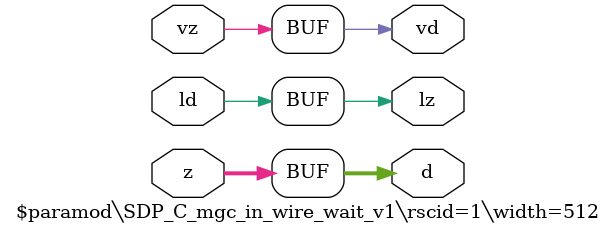
<source format=v>
module \$paramod\SDP_C_mgc_in_wire_wait_v1\rscid=1\width=512 (ld, vd, d, lz, vz, z);
  (* src = "./vmod/nvdla/sdp/NV_NVDLA_SDP_CORE_c.v:14" *)
  output [511:0] d;
  (* src = "./vmod/nvdla/sdp/NV_NVDLA_SDP_CORE_c.v:12" *)
  input ld;
  (* src = "./vmod/nvdla/sdp/NV_NVDLA_SDP_CORE_c.v:15" *)
  output lz;
  (* src = "./vmod/nvdla/sdp/NV_NVDLA_SDP_CORE_c.v:13" *)
  output vd;
  (* src = "./vmod/nvdla/sdp/NV_NVDLA_SDP_CORE_c.v:16" *)
  input vz;
  (* src = "./vmod/nvdla/sdp/NV_NVDLA_SDP_CORE_c.v:17" *)
  input [511:0] z;
  assign d = z;
  assign lz = ld;
  assign vd = vz;
endmodule

</source>
